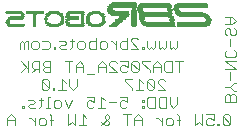
<source format=gbo>
G75*
%MOIN*%
%OFA0B0*%
%FSLAX25Y25*%
%IPPOS*%
%LPD*%
%AMOC8*
5,1,8,0,0,1.08239X$1,22.5*
%
%ADD10R,0.09750X0.00250*%
%ADD11R,0.09990X0.00250*%
%ADD12R,0.01500X0.00250*%
%ADD13R,0.02740X0.00250*%
%ADD14R,0.03490X0.00250*%
%ADD15R,0.05500X0.00250*%
%ADD16R,0.03500X0.00250*%
%ADD17R,0.01000X0.00250*%
%ADD18R,0.05510X0.00250*%
%ADD19R,0.10500X0.00250*%
%ADD20R,0.10250X0.00250*%
%ADD21R,0.01750X0.00250*%
%ADD22R,0.04490X0.00250*%
%ADD23R,0.05750X0.00250*%
%ADD24R,0.04500X0.00250*%
%ADD25R,0.10760X0.00250*%
%ADD26R,0.10750X0.00250*%
%ADD27R,0.05000X0.00250*%
%ADD28R,0.06000X0.00250*%
%ADD29R,0.06010X0.00250*%
%ADD30R,0.11000X0.00250*%
%ADD31R,0.05490X0.00250*%
%ADD32R,0.11250X0.00250*%
%ADD33R,0.02990X0.00250*%
%ADD34R,0.01760X0.00250*%
%ADD35R,0.01250X0.00250*%
%ADD36R,0.01490X0.00250*%
%ADD37R,0.11260X0.00250*%
%ADD38R,0.01260X0.00250*%
%ADD39R,0.01240X0.00250*%
%ADD40R,0.11510X0.00250*%
%ADD41R,0.02000X0.00250*%
%ADD42R,0.01510X0.00250*%
%ADD43R,0.00990X0.00250*%
%ADD44R,0.02750X0.00250*%
%ADD45R,0.01010X0.00250*%
%ADD46R,0.03000X0.00250*%
%ADD47R,0.04750X0.00250*%
%ADD48R,0.04250X0.00250*%
%ADD49R,0.01740X0.00250*%
%ADD50R,0.02760X0.00250*%
%ADD51R,0.05250X0.00250*%
%ADD52R,0.09760X0.00250*%
%ADD53R,0.03010X0.00250*%
%ADD54R,0.04760X0.00250*%
%ADD55R,0.03510X0.00250*%
%ADD56R,0.06500X0.00250*%
%ADD57R,0.02010X0.00250*%
%ADD58R,0.06750X0.00250*%
%ADD59R,0.06250X0.00250*%
%ADD60R,0.10010X0.00250*%
%ADD61R,0.11490X0.00250*%
%ADD62R,0.07000X0.00250*%
%ADD63R,0.05990X0.00250*%
%ADD64R,0.09260X0.00250*%
%ADD65R,0.11240X0.00250*%
%ADD66R,0.04240X0.00250*%
%ADD67R,0.04260X0.00250*%
%ADD68R,0.01990X0.00250*%
%ADD69R,0.07010X0.00250*%
%ADD70R,0.03260X0.00250*%
%ADD71R,0.02500X0.00250*%
%ADD72R,0.09510X0.00250*%
%ADD73R,0.09500X0.00250*%
%ADD74R,0.10740X0.00250*%
%ADD75R,0.09250X0.00250*%
%ADD76R,0.10510X0.00250*%
%ADD77R,0.10260X0.00250*%
%ADD78R,0.08500X0.00250*%
%ADD79R,0.08000X0.00250*%
%ADD80C,0.00300*%
D10*
X0075302Y0036692D03*
D11*
X0075932Y0040192D03*
X0064932Y0036692D03*
D12*
X0058677Y0038692D03*
X0055937Y0036692D03*
X0055937Y0042192D03*
X0055937Y0042442D03*
X0055937Y0042692D03*
X0045677Y0040192D03*
X0045427Y0040442D03*
X0031927Y0040192D03*
X0027177Y0040442D03*
X0067927Y0041692D03*
X0070187Y0042192D03*
X0080677Y0039192D03*
D13*
X0050807Y0038442D03*
X0050557Y0038192D03*
X0050307Y0037942D03*
X0049557Y0037442D03*
X0049307Y0037192D03*
X0049057Y0036942D03*
X0048807Y0036692D03*
D14*
X0043182Y0036692D03*
D15*
X0043177Y0037442D03*
X0043177Y0040942D03*
X0036677Y0041692D03*
X0036677Y0036692D03*
D16*
X0029427Y0036692D03*
D17*
X0032177Y0038692D03*
X0032177Y0038942D03*
X0032177Y0039192D03*
X0032177Y0039442D03*
X0032177Y0039692D03*
X0033677Y0038442D03*
X0033677Y0038192D03*
X0038927Y0038192D03*
X0038927Y0038442D03*
X0038927Y0038692D03*
X0038927Y0038942D03*
X0038927Y0039192D03*
X0038927Y0039442D03*
X0038927Y0039692D03*
X0038927Y0039942D03*
X0038927Y0040192D03*
X0038927Y0040442D03*
X0038927Y0037942D03*
X0045927Y0038692D03*
X0045927Y0038942D03*
X0045927Y0039192D03*
X0045927Y0039442D03*
X0045927Y0039692D03*
X0022927Y0039692D03*
X0022927Y0039942D03*
X0022927Y0040192D03*
X0022927Y0040442D03*
X0022927Y0039442D03*
X0022927Y0039192D03*
X0022927Y0038942D03*
X0022927Y0038692D03*
X0022927Y0038442D03*
X0022927Y0038192D03*
X0022927Y0037942D03*
X0022927Y0037692D03*
X0022927Y0037442D03*
X0022927Y0037192D03*
X0022927Y0036942D03*
X0022927Y0036692D03*
X0018937Y0040442D03*
X0013687Y0038192D03*
D18*
X0016182Y0039192D03*
X0016682Y0036692D03*
D19*
X0062927Y0044192D03*
X0075427Y0040692D03*
X0075677Y0040442D03*
X0075677Y0036942D03*
D20*
X0075052Y0040942D03*
X0064552Y0036942D03*
X0063052Y0044442D03*
D21*
X0055812Y0042942D03*
X0056062Y0041942D03*
X0056062Y0041692D03*
X0056062Y0041442D03*
X0056062Y0041192D03*
X0056062Y0040942D03*
X0056062Y0040692D03*
X0056062Y0040442D03*
X0056062Y0040192D03*
X0056062Y0039942D03*
X0056062Y0039692D03*
X0056062Y0039442D03*
X0056062Y0039192D03*
X0056062Y0038942D03*
X0056062Y0038692D03*
X0056062Y0038442D03*
X0056062Y0038192D03*
X0056062Y0037942D03*
X0056062Y0037692D03*
X0056062Y0037442D03*
X0056062Y0037192D03*
X0056062Y0036942D03*
X0058802Y0038442D03*
X0058552Y0038942D03*
X0058552Y0039192D03*
X0058552Y0039442D03*
X0070062Y0042442D03*
X0070062Y0042692D03*
X0045302Y0037692D03*
X0031552Y0037692D03*
X0027302Y0037692D03*
X0027302Y0040692D03*
D22*
X0043182Y0036942D03*
D23*
X0036552Y0036942D03*
X0036552Y0041442D03*
X0051312Y0040442D03*
X0016562Y0036942D03*
X0016062Y0041442D03*
D24*
X0029427Y0036942D03*
X0035427Y0038942D03*
X0035427Y0039692D03*
X0035427Y0039942D03*
D25*
X0075057Y0043942D03*
X0075807Y0037192D03*
D26*
X0064302Y0037192D03*
D27*
X0043177Y0037192D03*
X0043177Y0041192D03*
X0029427Y0041192D03*
X0029427Y0037192D03*
D28*
X0036427Y0037192D03*
X0036427Y0037442D03*
X0036427Y0041192D03*
D29*
X0016432Y0037442D03*
X0016432Y0037192D03*
D30*
X0063427Y0040442D03*
X0063427Y0040692D03*
X0064177Y0037442D03*
X0075927Y0037442D03*
D31*
X0029432Y0037442D03*
X0029432Y0040942D03*
X0016432Y0039442D03*
X0015932Y0041692D03*
D32*
X0063302Y0040942D03*
X0063302Y0040192D03*
X0064052Y0037692D03*
X0075802Y0037692D03*
X0075802Y0037942D03*
D33*
X0049932Y0037692D03*
X0043182Y0041692D03*
D34*
X0048057Y0042442D03*
X0048057Y0042692D03*
X0041057Y0037692D03*
X0068307Y0039692D03*
X0068557Y0038942D03*
X0068557Y0038692D03*
X0080807Y0038692D03*
X0080807Y0038942D03*
D35*
X0045802Y0038442D03*
X0045802Y0038192D03*
X0045552Y0037942D03*
X0045802Y0039942D03*
X0038802Y0040692D03*
X0033802Y0040692D03*
X0033802Y0040442D03*
X0033802Y0040192D03*
X0033802Y0038692D03*
X0033802Y0037942D03*
X0033802Y0037692D03*
X0031802Y0037942D03*
X0026552Y0038942D03*
X0026552Y0039192D03*
X0026552Y0039442D03*
X0038802Y0037692D03*
D36*
X0031682Y0040442D03*
X0026932Y0037942D03*
X0013932Y0037692D03*
X0057932Y0042192D03*
X0067682Y0042692D03*
X0067682Y0042942D03*
D37*
X0063807Y0038192D03*
X0063807Y0037942D03*
D38*
X0040807Y0037942D03*
X0040557Y0038192D03*
X0040557Y0038442D03*
X0040557Y0039942D03*
X0018807Y0040192D03*
X0018807Y0040692D03*
D39*
X0013807Y0038692D03*
X0013807Y0038442D03*
X0013807Y0037942D03*
X0026807Y0038192D03*
X0026807Y0039942D03*
X0026807Y0040192D03*
X0032057Y0039942D03*
X0032057Y0038442D03*
X0032057Y0038192D03*
D40*
X0063432Y0039942D03*
X0075932Y0038192D03*
D41*
X0080427Y0039692D03*
X0080687Y0038442D03*
X0058677Y0039692D03*
X0045177Y0040692D03*
D42*
X0040932Y0040442D03*
X0040682Y0040192D03*
X0022932Y0040692D03*
X0068432Y0039442D03*
X0068432Y0039192D03*
X0068682Y0038442D03*
D43*
X0026682Y0038442D03*
X0026682Y0038692D03*
X0026682Y0039692D03*
D44*
X0051052Y0038692D03*
X0051802Y0039192D03*
D45*
X0040432Y0039192D03*
X0040432Y0039442D03*
X0040432Y0039692D03*
X0040432Y0038942D03*
X0040432Y0038692D03*
D46*
X0051427Y0038942D03*
D47*
X0015802Y0038942D03*
D48*
X0035552Y0039192D03*
X0035552Y0039442D03*
D49*
X0031307Y0040692D03*
X0057807Y0042442D03*
X0057807Y0042692D03*
X0058057Y0041942D03*
X0067807Y0041942D03*
X0067807Y0042192D03*
X0067807Y0042442D03*
X0070307Y0041942D03*
X0080557Y0039442D03*
D50*
X0052307Y0039692D03*
X0052057Y0039442D03*
D51*
X0016552Y0039692D03*
D52*
X0052057Y0043442D03*
X0076307Y0039942D03*
D53*
X0052432Y0039942D03*
D54*
X0017057Y0039942D03*
D55*
X0052432Y0040192D03*
D56*
X0051187Y0040692D03*
D57*
X0048182Y0042192D03*
X0048182Y0042942D03*
X0041182Y0040692D03*
D58*
X0051062Y0040942D03*
D59*
X0036302Y0040942D03*
X0023062Y0040942D03*
X0023062Y0041192D03*
X0023062Y0041442D03*
X0016312Y0040942D03*
D60*
X0074682Y0041192D03*
D61*
X0074932Y0043192D03*
X0063182Y0041192D03*
D62*
X0050937Y0041192D03*
X0050937Y0041442D03*
D63*
X0022932Y0041692D03*
X0016182Y0041192D03*
D64*
X0074307Y0041442D03*
D65*
X0075057Y0043442D03*
X0075057Y0043692D03*
X0063057Y0041442D03*
X0062807Y0043192D03*
X0062807Y0043442D03*
X0062807Y0043692D03*
D66*
X0043057Y0041442D03*
D67*
X0029307Y0041442D03*
D68*
X0057932Y0042942D03*
X0058182Y0041692D03*
X0070182Y0042942D03*
X0070432Y0041692D03*
D69*
X0050682Y0041692D03*
D70*
X0029307Y0041692D03*
D71*
X0048427Y0041942D03*
D72*
X0051932Y0043192D03*
D73*
X0052187Y0043692D03*
D74*
X0062807Y0043942D03*
D75*
X0052312Y0043942D03*
X0052312Y0044192D03*
D76*
X0075182Y0044192D03*
D77*
X0075307Y0044442D03*
D78*
X0052437Y0044442D03*
D79*
X0052687Y0044692D03*
D80*
X0013674Y0006346D02*
X0013674Y0003877D01*
X0016143Y0003877D02*
X0016143Y0006346D01*
X0014908Y0007580D01*
X0013674Y0006346D01*
X0013674Y0005729D02*
X0016143Y0005729D01*
X0021044Y0006346D02*
X0021661Y0006346D01*
X0022895Y0005111D01*
X0022895Y0003877D02*
X0022895Y0006346D01*
X0024110Y0005729D02*
X0024727Y0006346D01*
X0025961Y0006346D01*
X0026578Y0005729D01*
X0026578Y0004494D01*
X0025961Y0003877D01*
X0024727Y0003877D01*
X0024110Y0004494D01*
X0024110Y0005729D01*
X0027799Y0005729D02*
X0029034Y0005729D01*
X0028417Y0006963D02*
X0027799Y0007580D01*
X0028417Y0006963D02*
X0028417Y0003877D01*
X0033931Y0003877D02*
X0033931Y0007580D01*
X0036400Y0007580D02*
X0036400Y0003877D01*
X0035166Y0005111D01*
X0033931Y0003877D01*
X0037615Y0003877D02*
X0040083Y0003877D01*
X0038849Y0003877D02*
X0038849Y0007580D01*
X0040083Y0006346D01*
X0044981Y0005111D02*
X0046215Y0003877D01*
X0046832Y0003877D01*
X0047450Y0004494D01*
X0047450Y0005111D01*
X0046215Y0006346D01*
X0046215Y0006963D01*
X0046832Y0007580D01*
X0047450Y0006963D01*
X0047450Y0006346D01*
X0044981Y0003877D01*
X0052347Y0007580D02*
X0054816Y0007580D01*
X0053581Y0007580D02*
X0053581Y0003877D01*
X0056030Y0003877D02*
X0056030Y0006346D01*
X0057265Y0007580D01*
X0058499Y0006346D01*
X0058499Y0003877D01*
X0058499Y0005729D02*
X0056030Y0005729D01*
X0058581Y0009783D02*
X0059198Y0009783D01*
X0059198Y0010400D01*
X0058581Y0010400D01*
X0058581Y0009783D01*
X0060413Y0010400D02*
X0060413Y0012869D01*
X0061030Y0013486D01*
X0062881Y0013486D01*
X0062881Y0009783D01*
X0061030Y0009783D01*
X0060413Y0010400D01*
X0059198Y0011634D02*
X0059198Y0012251D01*
X0058581Y0012251D01*
X0058581Y0011634D01*
X0059198Y0011634D01*
X0064096Y0010400D02*
X0064096Y0012869D01*
X0064713Y0013486D01*
X0066564Y0013486D01*
X0066564Y0009783D01*
X0064713Y0009783D01*
X0064096Y0010400D01*
X0067779Y0011017D02*
X0067779Y0013486D01*
X0070248Y0013486D02*
X0070248Y0011017D01*
X0069013Y0009783D01*
X0067779Y0011017D01*
X0070156Y0007580D02*
X0070773Y0006963D01*
X0070773Y0003877D01*
X0068935Y0004494D02*
X0068317Y0003877D01*
X0067083Y0003877D01*
X0066466Y0004494D01*
X0066466Y0005729D01*
X0067083Y0006346D01*
X0068317Y0006346D01*
X0068935Y0005729D01*
X0068935Y0004494D01*
X0070156Y0005729D02*
X0071390Y0005729D01*
X0076288Y0003877D02*
X0076288Y0007580D01*
X0078756Y0007580D02*
X0078756Y0003877D01*
X0077522Y0005111D01*
X0076288Y0003877D01*
X0079971Y0004494D02*
X0079971Y0005729D01*
X0080588Y0006346D01*
X0081205Y0006346D01*
X0082439Y0005729D01*
X0082439Y0007580D01*
X0079971Y0007580D01*
X0079971Y0004494D02*
X0080588Y0003877D01*
X0081822Y0003877D01*
X0082439Y0004494D01*
X0083664Y0004494D02*
X0083664Y0003877D01*
X0084281Y0003877D01*
X0084281Y0004494D01*
X0083664Y0004494D01*
X0085495Y0004494D02*
X0086113Y0003877D01*
X0087347Y0003877D01*
X0087964Y0004494D01*
X0085495Y0006963D01*
X0085495Y0004494D01*
X0087964Y0004494D02*
X0087964Y0006963D01*
X0087347Y0007580D01*
X0086113Y0007580D01*
X0085495Y0006963D01*
X0086233Y0011813D02*
X0086233Y0013665D01*
X0086850Y0014282D01*
X0087467Y0014282D01*
X0088084Y0013665D01*
X0088084Y0011813D01*
X0086233Y0011813D02*
X0089936Y0011813D01*
X0089936Y0013665D01*
X0089319Y0014282D01*
X0088701Y0014282D01*
X0088084Y0013665D01*
X0089319Y0015497D02*
X0088084Y0016731D01*
X0086233Y0016731D01*
X0088084Y0016731D02*
X0089319Y0017965D01*
X0089936Y0017965D01*
X0088084Y0019180D02*
X0088084Y0021648D01*
X0086233Y0022863D02*
X0089936Y0022863D01*
X0086233Y0025332D01*
X0089936Y0025332D01*
X0089319Y0026546D02*
X0086850Y0026546D01*
X0086233Y0027163D01*
X0086233Y0028398D01*
X0086850Y0029015D01*
X0088084Y0030229D02*
X0088084Y0032698D01*
X0088701Y0033912D02*
X0088084Y0034529D01*
X0088084Y0035764D01*
X0087467Y0036381D01*
X0086850Y0036381D01*
X0086233Y0035764D01*
X0086233Y0034529D01*
X0086850Y0033912D01*
X0088701Y0033912D02*
X0089319Y0033912D01*
X0089936Y0034529D01*
X0089936Y0035764D01*
X0089319Y0036381D01*
X0088701Y0037595D02*
X0089936Y0038830D01*
X0088701Y0040064D01*
X0086233Y0040064D01*
X0088084Y0040064D02*
X0088084Y0037595D01*
X0088701Y0037595D02*
X0086233Y0037595D01*
X0070248Y0031936D02*
X0070248Y0030085D01*
X0069630Y0029468D01*
X0069013Y0030085D01*
X0068396Y0029468D01*
X0067779Y0030085D01*
X0067779Y0031936D01*
X0066564Y0031936D02*
X0066564Y0030085D01*
X0065947Y0029468D01*
X0065330Y0030085D01*
X0064713Y0029468D01*
X0064096Y0030085D01*
X0064096Y0031936D01*
X0062881Y0031936D02*
X0062881Y0030085D01*
X0062264Y0029468D01*
X0061647Y0030085D01*
X0061030Y0029468D01*
X0060413Y0030085D01*
X0060413Y0031936D01*
X0057357Y0032554D02*
X0056739Y0033171D01*
X0055505Y0033171D01*
X0054888Y0032554D01*
X0054888Y0031936D01*
X0057357Y0029468D01*
X0054888Y0029468D01*
X0053673Y0029468D02*
X0051822Y0029468D01*
X0051205Y0030085D01*
X0051205Y0031319D01*
X0051822Y0031936D01*
X0053673Y0031936D01*
X0053673Y0033171D02*
X0053673Y0029468D01*
X0049990Y0029468D02*
X0049990Y0031936D01*
X0049990Y0030702D02*
X0048756Y0031936D01*
X0048139Y0031936D01*
X0046921Y0031319D02*
X0046921Y0030085D01*
X0046304Y0029468D01*
X0045069Y0029468D01*
X0044452Y0030085D01*
X0044452Y0031319D01*
X0045069Y0031936D01*
X0046304Y0031936D01*
X0046921Y0031319D01*
X0043238Y0031936D02*
X0041386Y0031936D01*
X0040769Y0031319D01*
X0040769Y0030085D01*
X0041386Y0029468D01*
X0043238Y0029468D01*
X0043238Y0033171D01*
X0039555Y0031319D02*
X0039555Y0030085D01*
X0038938Y0029468D01*
X0037703Y0029468D01*
X0037086Y0030085D01*
X0037086Y0031319D01*
X0037703Y0031936D01*
X0038938Y0031936D01*
X0039555Y0031319D01*
X0035872Y0031936D02*
X0034637Y0031936D01*
X0035254Y0032554D02*
X0035254Y0030085D01*
X0034637Y0029468D01*
X0033416Y0029468D02*
X0031565Y0029468D01*
X0030947Y0030085D01*
X0031565Y0030702D01*
X0032799Y0030702D01*
X0033416Y0031319D01*
X0032799Y0031936D01*
X0030947Y0031936D01*
X0027891Y0031319D02*
X0027891Y0030085D01*
X0027274Y0029468D01*
X0025423Y0029468D01*
X0024208Y0030085D02*
X0023591Y0029468D01*
X0022357Y0029468D01*
X0021740Y0030085D01*
X0021740Y0031319D01*
X0022357Y0031936D01*
X0023591Y0031936D01*
X0024208Y0031319D01*
X0024208Y0030085D01*
X0025423Y0031936D02*
X0027274Y0031936D01*
X0027891Y0031319D01*
X0029116Y0030085D02*
X0029116Y0029468D01*
X0029733Y0029468D01*
X0029733Y0030085D01*
X0029116Y0030085D01*
X0028018Y0025297D02*
X0026167Y0025297D01*
X0025550Y0024680D01*
X0025550Y0024062D01*
X0026167Y0023445D01*
X0028018Y0023445D01*
X0026167Y0023445D02*
X0025550Y0022828D01*
X0025550Y0022211D01*
X0026167Y0021594D01*
X0028018Y0021594D01*
X0028018Y0025297D01*
X0024335Y0025297D02*
X0022484Y0025297D01*
X0021866Y0024680D01*
X0021866Y0023445D01*
X0022484Y0022828D01*
X0024335Y0022828D01*
X0023101Y0022828D02*
X0021866Y0021594D01*
X0020652Y0021594D02*
X0020652Y0025297D01*
X0020652Y0022828D02*
X0018183Y0025297D01*
X0020035Y0023445D02*
X0018183Y0021594D01*
X0024335Y0021594D02*
X0024335Y0025297D01*
X0020525Y0029468D02*
X0020525Y0031936D01*
X0019908Y0031936D01*
X0019291Y0031319D01*
X0018674Y0031936D01*
X0018056Y0031319D01*
X0018056Y0029468D01*
X0019291Y0029468D02*
X0019291Y0031319D01*
X0032916Y0025297D02*
X0035385Y0025297D01*
X0034150Y0025297D02*
X0034150Y0021594D01*
X0036599Y0021594D02*
X0036599Y0024062D01*
X0037833Y0025297D01*
X0039068Y0024062D01*
X0039068Y0021594D01*
X0040282Y0020976D02*
X0042751Y0020976D01*
X0043965Y0021594D02*
X0043965Y0024062D01*
X0045200Y0025297D01*
X0046434Y0024062D01*
X0046434Y0021594D01*
X0047648Y0021594D02*
X0050117Y0021594D01*
X0047648Y0024062D01*
X0047648Y0024680D01*
X0048266Y0025297D01*
X0049500Y0025297D01*
X0050117Y0024680D01*
X0051332Y0025297D02*
X0053800Y0025297D01*
X0053800Y0023445D01*
X0052566Y0024062D01*
X0051949Y0024062D01*
X0051332Y0023445D01*
X0051332Y0022211D01*
X0051949Y0021594D01*
X0053183Y0021594D01*
X0053800Y0022211D01*
X0055015Y0022211D02*
X0055632Y0021594D01*
X0056866Y0021594D01*
X0057484Y0022211D01*
X0055015Y0024680D01*
X0055015Y0022211D01*
X0057484Y0022211D02*
X0057484Y0024680D01*
X0056866Y0025297D01*
X0055632Y0025297D01*
X0055015Y0024680D01*
X0058698Y0024680D02*
X0061167Y0022211D01*
X0061167Y0021594D01*
X0062381Y0021594D02*
X0062381Y0024062D01*
X0063615Y0025297D01*
X0064850Y0024062D01*
X0064850Y0021594D01*
X0066064Y0022211D02*
X0066064Y0024680D01*
X0066681Y0025297D01*
X0068533Y0025297D01*
X0068533Y0021594D01*
X0066681Y0021594D01*
X0066064Y0022211D01*
X0064850Y0023445D02*
X0062381Y0023445D01*
X0061167Y0025297D02*
X0058698Y0025297D01*
X0058698Y0024680D01*
X0058581Y0029468D02*
X0059198Y0029468D01*
X0059198Y0030085D01*
X0058581Y0030085D01*
X0058581Y0029468D01*
X0069747Y0025297D02*
X0072216Y0025297D01*
X0070982Y0025297D02*
X0070982Y0021594D01*
X0066311Y0018774D02*
X0065693Y0019391D01*
X0064459Y0019391D01*
X0063842Y0018774D01*
X0063842Y0018157D01*
X0066311Y0015688D01*
X0063842Y0015688D01*
X0062627Y0016305D02*
X0060159Y0018774D01*
X0060159Y0016305D01*
X0060776Y0015688D01*
X0062010Y0015688D01*
X0062627Y0016305D01*
X0062627Y0018774D01*
X0062010Y0019391D01*
X0060776Y0019391D01*
X0060159Y0018774D01*
X0058944Y0018157D02*
X0057710Y0019391D01*
X0057710Y0015688D01*
X0058944Y0015688D02*
X0056476Y0015688D01*
X0055261Y0015688D02*
X0055261Y0016305D01*
X0052792Y0018774D01*
X0052792Y0019391D01*
X0055261Y0019391D01*
X0046434Y0023445D02*
X0043965Y0023445D01*
X0039068Y0023445D02*
X0036599Y0023445D01*
X0036783Y0019391D02*
X0036783Y0016922D01*
X0035549Y0015688D01*
X0034314Y0016922D01*
X0034314Y0019391D01*
X0033100Y0018157D02*
X0031866Y0019391D01*
X0031866Y0015688D01*
X0033100Y0015688D02*
X0030631Y0015688D01*
X0029417Y0015688D02*
X0028800Y0015688D01*
X0028800Y0016305D01*
X0029417Y0016305D01*
X0029417Y0015688D01*
X0027575Y0016305D02*
X0025106Y0018774D01*
X0025106Y0016305D01*
X0025724Y0015688D01*
X0026958Y0015688D01*
X0027575Y0016305D01*
X0027575Y0018774D01*
X0026958Y0019391D01*
X0025724Y0019391D01*
X0025106Y0018774D01*
X0027274Y0013486D02*
X0027274Y0009783D01*
X0027891Y0009783D02*
X0026657Y0009783D01*
X0024819Y0010400D02*
X0024202Y0009783D01*
X0024819Y0010400D02*
X0024819Y0012869D01*
X0025436Y0012251D02*
X0024202Y0012251D01*
X0022981Y0011634D02*
X0022363Y0011017D01*
X0021129Y0011017D01*
X0020512Y0010400D01*
X0021129Y0009783D01*
X0022981Y0009783D01*
X0019297Y0009783D02*
X0018680Y0009783D01*
X0018680Y0010400D01*
X0019297Y0010400D01*
X0019297Y0009783D01*
X0022363Y0012251D02*
X0022981Y0011634D01*
X0022363Y0012251D02*
X0020512Y0012251D01*
X0027274Y0013486D02*
X0027891Y0013486D01*
X0029723Y0012251D02*
X0030957Y0012251D01*
X0031575Y0011634D01*
X0031575Y0010400D01*
X0030957Y0009783D01*
X0029723Y0009783D01*
X0029106Y0010400D01*
X0029106Y0011634D01*
X0029723Y0012251D01*
X0032789Y0012251D02*
X0034023Y0009783D01*
X0035258Y0012251D01*
X0040155Y0011634D02*
X0040155Y0010400D01*
X0040772Y0009783D01*
X0042007Y0009783D01*
X0042624Y0010400D01*
X0042624Y0011634D02*
X0041390Y0012251D01*
X0040772Y0012251D01*
X0040155Y0011634D01*
X0042624Y0011634D02*
X0042624Y0013486D01*
X0040155Y0013486D01*
X0045073Y0013486D02*
X0045073Y0009783D01*
X0046307Y0009783D02*
X0043838Y0009783D01*
X0047522Y0011634D02*
X0049990Y0011634D01*
X0051205Y0011634D02*
X0051205Y0010400D01*
X0051822Y0009783D01*
X0053056Y0009783D01*
X0053673Y0010400D01*
X0053673Y0011634D02*
X0052439Y0012251D01*
X0051822Y0012251D01*
X0051205Y0011634D01*
X0053673Y0011634D02*
X0053673Y0013486D01*
X0051205Y0013486D01*
X0046307Y0012251D02*
X0045073Y0013486D01*
X0063400Y0006346D02*
X0064017Y0006346D01*
X0065251Y0005111D01*
X0065251Y0003877D02*
X0065251Y0006346D01*
X0089319Y0015497D02*
X0089936Y0015497D01*
X0089319Y0026546D02*
X0089936Y0027163D01*
X0089936Y0028398D01*
X0089319Y0029015D01*
M02*

</source>
